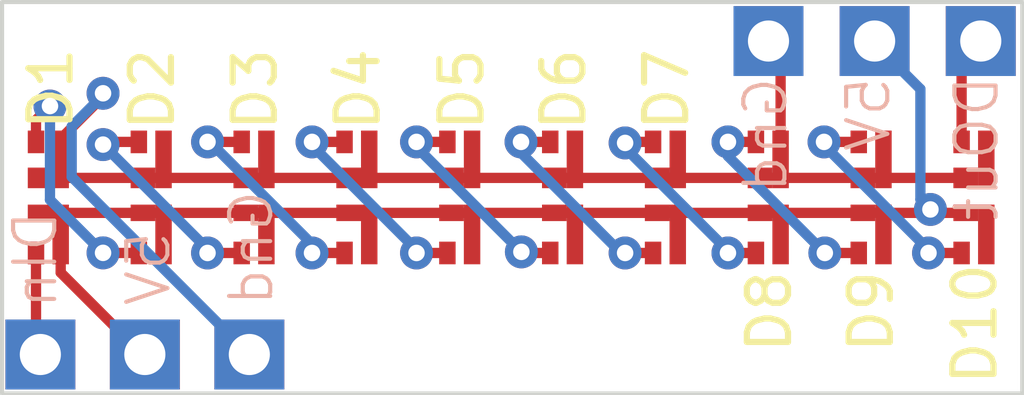
<source format=kicad_pcb>
(kicad_pcb (version 20221018) (generator pcbnew)
  (layers (0 "F.Cu" signal) (31 "B.Cu" signal) (34 "B.Paste" user) (35 "F.Paste" user) (36 "B.SilkS" user "B.Silkscreen") (37 "F.SilkS" user "F.Silkscreen") (38 "B.Mask" user) (39 "F.Mask" user) (44 "Edge.Cuts" user))
  (net 0 "")
  (net 1 "GND")
  (net 2 "Net-(D1-Pad2)")
  (net 3 "unconnected-(D1-Pad3)")
  (net 4 "+5V")
  (net 5 "Net-(D2-Pad2)")
  (net 6 "Net-(D3-Pad2)")
  (net 7 "Net-(D4-Pad2)")
  (net 8 "Net-(D5-Pad2)")
  (net 9 "Net-(D6-Pad2)")
  (net 10 "Net-(D7-Pad2)")
  (net 11 "Net-(D8-Pad2)")
  (net 12 "Net-(D10-Pad3)")
  (net 13 "unconnected-(D10-Pad2)")
  (footprint "Custom Footprint Library:SK6812-EC3210F" (layer "F.Cu") (at 96.354506 74.896937 -90)
    (fp_text reference "D10" (at 3.1 -0.02 90) (layer "F.SilkS"))
    (fp_text value "SK6812-EC3210F" hide)
    (pad "1" smd rect (at -0.9 -0.3 90) (size 1.4 0.4) (layers "F.Cu" "F.Paste" "F.Mask") (net 1 "GND"))
    (pad "1" smd rect (at -0.45 0.2 90) (size 0.5 0.6) (layers "F.Cu" "F.Paste" "F.Mask") (net 1 "GND"))
    (pad "2" smd rect (at -1.325 0.3 90) (size 0.55 0.4) (layers "F.Cu" "F.Paste" "F.Mask") (net 13 "unconnected-(D10-Pad2)"))
    (pad "3" smd rect (at 1.375 0.3 90) (size 0.55 0.4) (layers "F.Cu" "F.Paste" "F.Mask") (net 12 "Net-(D10-Pad3)"))
    (pad "4" smd rect (at 0.4 0.2 90) (size 0.4 0.6) (layers "F.Cu" "F.Paste" "F.Mask") (net 4 "+5V"))
    (pad "4" smd rect (at 0.925 -0.3 90) (size 1.45 0.4) (layers "F.Cu" "F.Paste" "F.Mask") (net 4 "+5V"))
  )
  (footprint "" (layer "F.Cu") (at 73.66 78.74)
    (fp_text reference "" (at 0 0) (layer "F.SilkS") (effects (font (size 1.27 1.27))))
    (fp_text value "" (at 0 0) (layer "F.SilkS") (effects (font (size 1.27 1.27))))
    (pad "1" thru_hole rect (at 0 0) (size 1.7 1.7) (drill 1) (layers "*.Cu" "*.Mask") (net 3 "unconnected-(D1-Pad3)"))
  )
  (footprint "" (layer "F.Cu") (at 91.44 71.12)
    (fp_text reference "" (at 0 0) (layer "F.SilkS") (effects (font (size 1.27 1.27))))
    (fp_text value "" (at 0 0) (layer "F.SilkS") (effects (font (size 1.27 1.27))))
    (pad "1" thru_hole rect (at -0.08 0) (size 1.7 1.7) (drill 1) (layers "*.Cu" "*.Mask") (net 1 "GND"))
  )
  (footprint "Custom Footprint Library:SK6812-EC3210F" (layer "F.Cu") (at 73.854506 74.896937 -90)
    (fp_text reference "D1" (at -2.615404 -0.059494 90) (layer "F.SilkS"))
    (fp_text value "SK6812-EC3210F" hide)
    (pad "1" smd rect (at -0.9 -0.3 90) (size 1.4 0.4) (layers "F.Cu" "F.Paste" "F.Mask") (net 1 "GND"))
    (pad "1" smd rect (at -0.45 0.2 90) (size 0.5 0.6) (layers "F.Cu" "F.Paste" "F.Mask") (net 1 "GND"))
    (pad "2" smd rect (at -1.325 0.3 90) (size 0.55 0.4) (layers "F.Cu" "F.Paste" "F.Mask") (net 2 "Net-(D1-Pad2)"))
    (pad "3" smd rect (at 1.375 0.3 90) (size 0.55 0.4) (layers "F.Cu" "F.Paste" "F.Mask") (net 3 "unconnected-(D1-Pad3)"))
    (pad "4" smd rect (at 0.4 0.2 90) (size 0.4 0.6) (layers "F.Cu" "F.Paste" "F.Mask") (net 4 "+5V"))
    (pad "4" smd rect (at 0.925 -0.3 90) (size 1.45 0.4) (layers "F.Cu" "F.Paste" "F.Mask") (net 4 "+5V"))
  )
  (footprint "Custom Footprint Library:SK6812-EC3210F" (layer "F.Cu") (at 88.854506 74.896937 -90)
    (fp_text reference "D7" (at -2.6 -0.025 90) (layer "F.SilkS"))
    (fp_text value "SK6812-EC3210F" hide)
    (pad "1" smd rect (at -0.9 -0.3 90) (size 1.4 0.4) (layers "F.Cu" "F.Paste" "F.Mask") (net 1 "GND"))
    (pad "1" smd rect (at -0.45 0.2 90) (size 0.5 0.6) (layers "F.Cu" "F.Paste" "F.Mask") (net 1 "GND"))
    (pad "2" smd rect (at -1.325 0.3 90) (size 0.55 0.4) (layers "F.Cu" "F.Paste" "F.Mask") (net 10 "Net-(D7-Pad2)"))
    (pad "3" smd rect (at 1.375 0.3 90) (size 0.55 0.4) (layers "F.Cu" "F.Paste" "F.Mask") (net 9 "Net-(D6-Pad2)"))
    (pad "4" smd rect (at 0.4 0.2 90) (size 0.4 0.6) (layers "F.Cu" "F.Paste" "F.Mask") (net 4 "+5V"))
    (pad "4" smd rect (at 0.925 -0.3 90) (size 1.45 0.4) (layers "F.Cu" "F.Paste" "F.Mask") (net 4 "+5V"))
  )
  (footprint "Custom Footprint Library:SK6812-EC3210F" (layer "F.Cu") (at 93.854506 74.896937 -90)
    (fp_text reference "D9" (at 2.8 0 90) (layer "F.SilkS"))
    (fp_text value "SK6812-EC3210F" hide)
    (pad "1" smd rect (at -0.9 -0.3 90) (size 1.4 0.4) (layers "F.Cu" "F.Paste" "F.Mask") (net 1 "GND"))
    (pad "1" smd rect (at -0.45 0.2 90) (size 0.5 0.6) (layers "F.Cu" "F.Paste" "F.Mask") (net 1 "GND"))
    (pad "2" smd rect (at -1.325 0.3 90) (size 0.55 0.4) (layers "F.Cu" "F.Paste" "F.Mask") (net 12 "Net-(D10-Pad3)"))
    (pad "3" smd rect (at 1.375 0.3 90) (size 0.55 0.4) (layers "F.Cu" "F.Paste" "F.Mask") (net 11 "Net-(D8-Pad2)"))
    (pad "4" smd rect (at 0.4 0.2 90) (size 0.4 0.6) (layers "F.Cu" "F.Paste" "F.Mask") (net 4 "+5V"))
    (pad "4" smd rect (at 0.925 -0.3 90) (size 1.45 0.4) (layers "F.Cu" "F.Paste" "F.Mask") (net 4 "+5V"))
  )
  (footprint "Custom Footprint Library:SK6812-EC3210F" (layer "F.Cu") (at 91.354506 74.896937 -90)
    (fp_text reference "D8" (at 2.8 -0.025 90) (layer "F.SilkS"))
    (fp_text value "SK6812-EC3210F" hide)
    (pad "1" smd rect (at -0.9 -0.3 90) (size 1.4 0.4) (layers "F.Cu" "F.Paste" "F.Mask") (net 1 "GND"))
    (pad "1" smd rect (at -0.45 0.2 90) (size 0.5 0.6) (layers "F.Cu" "F.Paste" "F.Mask") (net 1 "GND"))
    (pad "2" smd rect (at -1.325 0.3 90) (size 0.55 0.4) (layers "F.Cu" "F.Paste" "F.Mask") (net 11 "Net-(D8-Pad2)"))
    (pad "3" smd rect (at 1.375 0.3 90) (size 0.55 0.4) (layers "F.Cu" "F.Paste" "F.Mask") (net 10 "Net-(D7-Pad2)"))
    (pad "4" smd rect (at 0.4 0.2 90) (size 0.4 0.6) (layers "F.Cu" "F.Paste" "F.Mask") (net 4 "+5V"))
    (pad "4" smd rect (at 0.925 -0.3 90) (size 1.45 0.4) (layers "F.Cu" "F.Paste" "F.Mask") (net 4 "+5V"))
  )
  (footprint "Custom Footprint Library:SK6812-EC3210F" (layer "F.Cu") (at 76.354506 74.896937 -90)
    (fp_text reference "D2" (at -2.6 -0.025 90) (layer "F.SilkS"))
    (fp_text value "SK6812-EC3210F" hide)
    (pad "1" smd rect (at -0.9 -0.3 90) (size 1.4 0.4) (layers "F.Cu" "F.Paste" "F.Mask") (net 1 "GND"))
    (pad "1" smd rect (at -0.45 0.2 90) (size 0.5 0.6) (layers "F.Cu" "F.Paste" "F.Mask") (net 1 "GND"))
    (pad "2" smd rect (at -1.325 0.3 90) (size 0.55 0.4) (layers "F.Cu" "F.Paste" "F.Mask") (net 5 "Net-(D2-Pad2)"))
    (pad "3" smd rect (at 1.375 0.3 90) (size 0.55 0.4) (layers "F.Cu" "F.Paste" "F.Mask") (net 2 "Net-(D1-Pad2)"))
    (pad "4" smd rect (at 0.4 0.2 90) (size 0.4 0.6) (layers "F.Cu" "F.Paste" "F.Mask") (net 4 "+5V"))
    (pad "4" smd rect (at 0.925 -0.3 90) (size 1.45 0.4) (layers "F.Cu" "F.Paste" "F.Mask") (net 4 "+5V"))
  )
  (footprint "" (layer "F.Cu") (at 78.74 78.74)
    (fp_text reference "" (at 0 0) (layer "F.SilkS") (effects (font (size 1.27 1.27))))
    (fp_text value "" (at 0 0) (layer "F.SilkS") (effects (font (size 1.27 1.27))))
    (pad "1" thru_hole rect (at 0 0) (size 1.7 1.7) (drill 1) (layers "*.Cu" "*.Mask") (net 1 "GND"))
  )
  (footprint "Custom Footprint Library:SK6812-EC3210F" (layer "F.Cu") (at 83.854506 74.896937 -90)
    (fp_text reference "D5" (at -2.6 -0.05 90) (layer "F.SilkS"))
    (fp_text value "SK6812-EC3210F" hide)
    (pad "1" smd rect (at -0.9 -0.3 90) (size 1.4 0.4) (layers "F.Cu" "F.Paste" "F.Mask") (net 1 "GND"))
    (pad "1" smd rect (at -0.45 0.2 90) (size 0.5 0.6) (layers "F.Cu" "F.Paste" "F.Mask") (net 1 "GND"))
    (pad "2" smd rect (at -1.325 0.3 90) (size 0.55 0.4) (layers "F.Cu" "F.Paste" "F.Mask") (net 8 "Net-(D5-Pad2)"))
    (pad "3" smd rect (at 1.375 0.3 90) (size 0.55 0.4) (layers "F.Cu" "F.Paste" "F.Mask") (net 7 "Net-(D4-Pad2)"))
    (pad "4" smd rect (at 0.4 0.2 90) (size 0.4 0.6) (layers "F.Cu" "F.Paste" "F.Mask") (net 4 "+5V"))
    (pad "4" smd rect (at 0.925 -0.3 90) (size 1.45 0.4) (layers "F.Cu" "F.Paste" "F.Mask") (net 4 "+5V"))
  )
  (footprint "" (layer "F.Cu") (at 96.52 71.12)
    (fp_text reference "" (at 0 0) (layer "F.SilkS") (effects (font (size 1.27 1.27))))
    (fp_text value "" (at 0 0) (layer "F.SilkS") (effects (font (size 1.27 1.27))))
    (pad "1" thru_hole rect (at 0 0) (size 1.7 1.7) (drill 1) (layers "*.Cu" "*.Mask") (net 13 "unconnected-(D10-Pad2)"))
  )
  (footprint "Custom Footprint Library:SK6812-EC3210F" (layer "F.Cu") (at 78.854506 74.896937 -90)
    (fp_text reference "D3" (at -2.6 -0.025 90) (layer "F.SilkS"))
    (fp_text value "SK6812-EC3210F" hide)
    (pad "1" smd rect (at -0.9 -0.3 90) (size 1.4 0.4) (layers "F.Cu" "F.Paste" "F.Mask") (net 1 "GND"))
    (pad "1" smd rect (at -0.45 0.2 90) (size 0.5 0.6) (layers "F.Cu" "F.Paste" "F.Mask") (net 1 "GND"))
    (pad "2" smd rect (at -1.325 0.3 90) (size 0.55 0.4) (layers "F.Cu" "F.Paste" "F.Mask") (net 6 "Net-(D3-Pad2)"))
    (pad "3" smd rect (at 1.375 0.3 90) (size 0.55 0.4) (layers "F.Cu" "F.Paste" "F.Mask") (net 5 "Net-(D2-Pad2)"))
    (pad "4" smd rect (at 0.4 0.2 90) (size 0.4 0.6) (layers "F.Cu" "F.Paste" "F.Mask") (net 4 "+5V"))
    (pad "4" smd rect (at 0.925 -0.3 90) (size 1.45 0.4) (layers "F.Cu" "F.Paste" "F.Mask") (net 4 "+5V"))
  )
  (footprint "Custom Footprint Library:SK6812-EC3210F" (layer "F.Cu") (at 86.354506 74.896937 -90)
    (fp_text reference "D6" (at -2.6 -0.026557 90) (layer "F.SilkS"))
    (fp_text value "SK6812-EC3210F" hide)
    (pad "1" smd rect (at -0.9 -0.3 90) (size 1.4 0.4) (layers "F.Cu" "F.Paste" "F.Mask") (net 1 "GND"))
    (pad "1" smd rect (at -0.45 0.2 90) (size 0.5 0.6) (layers "F.Cu" "F.Paste" "F.Mask") (net 1 "GND"))
    (pad "2" smd rect (at -1.325 0.3 90) (size 0.55 0.4) (layers "F.Cu" "F.Paste" "F.Mask") (net 9 "Net-(D6-Pad2)"))
    (pad "3" smd rect (at 1.375 0.3 90) (size 0.55 0.4) (layers "F.Cu" "F.Paste" "F.Mask") (net 8 "Net-(D5-Pad2)"))
    (pad "4" smd rect (at 0.4 0.2 90) (size 0.4 0.6) (layers "F.Cu" "F.Paste" "F.Mask") (net 4 "+5V"))
    (pad "4" smd rect (at 0.925 -0.3 90) (size 1.45 0.4) (layers "F.Cu" "F.Paste" "F.Mask") (net 4 "+5V"))
  )
  (footprint "" (layer "F.Cu") (at 76.2 78.74)
    (fp_text reference "" (at 0 0) (layer "F.SilkS") (effects (font (size 1.27 1.27))))
    (fp_text value "" (at 0 0) (layer "F.SilkS") (effects (font (size 1.27 1.27))))
    (pad "1" thru_hole rect (at 0 0) (size 1.7 1.7) (drill 1) (layers "*.Cu" "*.Mask") (net 4 "+5V"))
  )
  (footprint "Custom Footprint Library:SK6812-EC3210F" (layer "F.Cu") (at 81.354506 74.896937 -90)
    (fp_text reference "D4" (at -2.6 -0.025 90) (layer "F.SilkS"))
    (fp_text value "SK6812-EC3210F" hide)
    (pad "1" smd rect (at -0.9 -0.3 90) (size 1.4 0.4) (layers "F.Cu" "F.Paste" "F.Mask") (net 1 "GND"))
    (pad "1" smd rect (at -0.45 0.2 90) (size 0.5 0.6) (layers "F.Cu" "F.Paste" "F.Mask") (net 1 "GND"))
    (pad "2" smd rect (at -1.325 0.3 90) (size 0.55 0.4) (layers "F.Cu" "F.Paste" "F.Mask") (net 7 "Net-(D4-Pad2)"))
    (pad "3" smd rect (at 1.375 0.3 90) (size 0.55 0.4) (layers "F.Cu" "F.Paste" "F.Mask") (net 6 "Net-(D3-Pad2)"))
    (pad "4" smd rect (at 0.4 0.2 90) (size 0.4 0.6) (layers "F.Cu" "F.Paste" "F.Mask") (net 4 "+5V"))
    (pad "4" smd rect (at 0.925 -0.3 90) (size 1.45 0.4) (layers "F.Cu" "F.Paste" "F.Mask") (net 4 "+5V"))
  )
  (footprint "" (layer "F.Cu") (at 93.98 71.12)
    (fp_text reference "" (at 0 0) (layer "F.SilkS") (effects (font (size 1.27 1.27))))
    (fp_text value "" (at 0 0) (layer "F.SilkS") (effects (font (size 1.27 1.27))))
    (pad "1" thru_hole rect (at -0.04 0) (size 1.7 1.7) (drill 1) (layers "*.Cu" "*.Mask") (net 4 "+5V"))
  )
  (gr_line (start 72.72907 79.687517) (end 97.52907 79.687517) (stroke (width 0.1)) (layer "Edge.Cuts"))
  (gr_line (start 97.52907 70.172517) (end 72.72907 70.172517) (stroke (width 0.1)) (layer "Edge.Cuts"))
  (gr_line (start 97.52907 79.687517) (end 97.52907 70.172517) (stroke (width 0.1)) (layer "Edge.Cuts"))
  (gr_line (start 72.72907 70.172517) (end 72.72907 79.687517) (stroke (width 0.1)) (layer "Edge.Cuts"))
  (gr_text "5V" (at 76.874506 75.679598 90) (layer "B.SilkS") (effects (font (size 1 1) (thickness 0.1)) (justify left bottom mirror)))
  (gr_text "5V" (at 94.374506 71.929598 90) (layer "B.SilkS") (effects (font (size 1 1) (thickness 0.1)) (justify left bottom mirror)))
  (gr_text "DOut" (at 97.0068 71.898603 90) (layer "B.SilkS") (effects (font (size 1 1) (thickness 0.1)) (justify left bottom mirror)))
  (gr_text "DIn" (at 74.124506 75.179598 90) (layer "B.SilkS") (effects (font (size 1 1) (thickness 0.1)) (justify left bottom mirror)))
  (gr_text "Gnd" (at 91.874506 71.929598 90) (layer "B.SilkS") (effects (font (size 1 1) (thickness 0.1)) (justify left bottom mirror)))
  (gr_text "Gnd" (at 79.374506 74.679598 90) (layer "B.SilkS") (effects (font (size 1 1) (thickness 0.1)) (justify left bottom mirror)))
  (segment (start 78.654506 74.446937) (end 76.154506 74.446937) (width 0.25) (layer "F.Cu") (net 1))
  (segment (start 74.154506 73.996937) (end 74.154506 73.496937) (width 0.25) (layer "F.Cu") (net 1))
  (segment (start 93.654506 74.446937) (end 91.154506 74.446937) (width 0.25) (layer "F.Cu") (net 1))
  (segment (start 86.154506 74.446937) (end 83.654506 74.446937) (width 0.25) (layer "F.Cu") (net 1))
  (segment (start 91.78 71.54) (end 91.36 71.12) (width 0.25) (layer "F.Cu") (net 1))
  (segment (start 74.154506 73.496937) (end 75.184 72.467443) (width 0.25) (layer "F.Cu") (net 1))
  (segment (start 88.654506 74.446937) (end 86.154506 74.446937) (width 0.25) (layer "F.Cu") (net 1))
  (segment (start 91.654506 73.996937) (end 91.654506 71.469598) (width 0.25) (layer "F.Cu") (net 1))
  (segment (start 76.154506 74.446937) (end 73.654506 74.446937) (width 0.25) (layer "F.Cu") (net 1))
  (segment (start 83.654506 74.446937) (end 81.154506 74.446937) (width 0.25) (layer "F.Cu") (net 1))
  (segment (start 91.154506 74.446937) (end 88.654506 74.446937) (width 0.25) (layer "F.Cu") (net 1))
  (segment (start 93.654506 74.446937) (end 96.154506 74.446937) (width 0.25) (layer "F.Cu") (net 1))
  (segment (start 81.154506 74.446937) (end 78.654506 74.446937) (width 0.25) (layer "F.Cu") (net 1))
  (segment (start 75.184 72.467443) (end 75.184 72.39) (width 0.25) (layer "F.Cu") (net 1))
  (via (at 75.184 72.39) (size 0.8) (drill 0.4) (layers "F.Cu" "B.Cu") (net 1))
  (segment (start 78.74 78.486) (end 78.74 78.74) (width 0.25) (layer "B.Cu") (net 1))
  (segment (start 75.184 72.39) (end 75.184 72.435754) (width 0.25) (layer "B.Cu") (net 1))
  (segment (start 75.184 72.435754) (end 74.422 73.197754) (width 0.25) (layer "B.Cu") (net 1))
  (segment (start 74.422 73.197754) (end 74.422 74.422) (width 0.25) (layer "B.Cu") (net 1))
  (segment (start 74.422 74.422) (end 78.74 78.74) (width 0.25) (layer "B.Cu") (net 1))
  (segment (start 73.554506 73.039943) (end 73.893947 72.700502) (width 0.25) (layer "F.Cu") (net 2))
  (segment (start 75.184 76.269437) (end 75.1865 76.271937) (width 0.25) (layer "F.Cu") (net 2))
  (segment (start 73.554506 73.571937) (end 73.554506 73.039943) (width 0.25) (layer "F.Cu") (net 2))
  (segment (start 75.1865 76.271937) (end 76.054506 76.271937) (width 0.25) (layer "F.Cu") (net 2))
  (via (at 75.184 76.269437) (size 0.8) (drill 0.4) (layers "F.Cu" "B.Cu") (net 2))
  (via (at 73.893947 72.700502) (size 0.8) (drill 0.4) (layers "F.Cu" "B.Cu") (net 2))
  (segment (start 73.893947 74.979384) (end 73.893947 72.700502) (width 0.25) (layer "B.Cu") (net 2))
  (segment (start 75.184 76.269437) (end 73.893947 74.979384) (width 0.25) (layer "B.Cu") (net 2))
  (segment (start 73.752064 78.647936) (end 73.66 78.74) (width 0.25) (layer "F.Cu") (net 3))
  (segment (start 73.554506 76.271937) (end 73.554506 78.577534) (width 0.25) (layer "F.Cu") (net 3))
  (segment (start 78.654506 75.296937) (end 81.154506 75.296937) (width 0.25) (layer "F.Cu") (net 4))
  (segment (start 74.154506 75.821937) (end 74.154506 76.749598) (width 0.25) (layer "F.Cu") (net 4))
  (segment (start 86.154506 75.296937) (end 88.654506 75.296937) (width 0.25) (layer "F.Cu") (net 4))
  (segment (start 73.654506 75.296937) (end 76.154506 75.296937) (width 0.25) (layer "F.Cu") (net 4))
  (segment (start 95.379105 75.296937) (end 96.154506 75.296937) (width 0.25) (layer "F.Cu") (net 4))
  (segment (start 81.154506 75.296937) (end 83.654506 75.296937) (width 0.25) (layer "F.Cu") (net 4))
  (segment (start 95.213669 75.296937) (end 93.654506 75.296937) (width 0.25) (layer "F.Cu") (net 4))
  (segment (start 83.654506 75.296937) (end 86.154506 75.296937) (width 0.25) (layer "F.Cu") (net 4))
  (segment (start 74.154506 76.749598) (end 76.074506 78.669598) (width 0.25) (layer "F.Cu") (net 4))
  (segment (start 95.296387 75.214219) (end 95.379105 75.296937) (width 0.25) (layer "F.Cu") (net 4))
  (segment (start 76.154506 75.296937) (end 78.654506 75.296937) (width 0.25) (layer "F.Cu") (net 4))
  (segment (start 91.154506 75.296937) (end 93.654506 75.296937) (width 0.25) (layer "F.Cu") (net 4))
  (segment (start 95.296387 75.214219) (end 95.213669 75.296937) (width 0.25) (layer "F.Cu") (net 4))
  (segment (start 88.654506 75.296937) (end 91.154506 75.296937) (width 0.25) (layer "F.Cu") (net 4))
  (via (at 95.296387 75.214219) (size 0.8) (drill 0.4) (layers "F.Cu" "B.Cu") (net 4))
  (segment (start 95.052442 72.287534) (end 93.814506 71.049598) (width 0.25) (layer "B.Cu") (net 4))
  (segment (start 95.052442 74.970274) (end 95.296387 75.214219) (width 0.25) (layer "B.Cu") (net 4))
  (segment (start 95.052442 72.287534) (end 95.052442 74.970274) (width 0.25) (layer "B.Cu") (net 4))
  (segment (start 75.249464 73.571937) (end 76.054506 73.571937) (width 0.25) (layer "F.Cu") (net 5))
  (segment (start 75.184 73.637401) (end 75.249464 73.571937) (width 0.25) (layer "F.Cu") (net 5))
  (segment (start 78.554506 76.271937) (end 77.724 76.271937) (width 0.25) (layer "F.Cu") (net 5))
  (via (at 75.184 73.637401) (size 0.8) (drill 0.4) (layers "F.Cu" "B.Cu") (net 5))
  (via (at 77.724 76.271937) (size 0.8) (drill 0.4) (layers "F.Cu" "B.Cu") (net 5))
  (segment (start 77.724 76.271937) (end 77.724 76.177401) (width 0.25) (layer "B.Cu") (net 5))
  (segment (start 77.724 76.177401) (end 75.184 73.637401) (width 0.25) (layer "B.Cu") (net 5))
  (segment (start 77.874506 76.121431) (end 77.724 76.271937) (width 0.25) (layer "B.Cu") (net 5))
  (segment (start 77.874506 76.116937) (end 77.874506 76.121431) (width 0.25) (layer "B.Cu") (net 5))
  (segment (start 78.554506 73.571937) (end 77.724 73.571937) (width 0.25) (layer "F.Cu") (net 6))
  (segment (start 81.054506 76.271937) (end 80.264 76.271937) (width 0.25) (layer "F.Cu") (net 6))
  (via (at 80.264 76.271937) (size 0.8) (drill 0.4) (layers "F.Cu" "B.Cu") (net 6))
  (via (at 77.724 73.571937) (size 0.8) (drill 0.4) (layers "F.Cu" "B.Cu") (net 6))
  (segment (start 80.264 76.271937) (end 80.264 76.056431) (width 0.25) (layer "B.Cu") (net 6))
  (segment (start 77.779506 73.571937) (end 77.724 73.571937) (width 0.25) (layer "B.Cu") (net 6))
  (segment (start 80.264 76.056431) (end 77.779506 73.571937) (width 0.25) (layer "B.Cu") (net 6))
  (segment (start 81.054506 73.571937) (end 80.264 73.571937) (width 0.25) (layer "F.Cu") (net 7))
  (segment (start 83.554506 76.271937) (end 82.804 76.271937) (width 0.25) (layer "F.Cu") (net 7))
  (via (at 80.264 73.571937) (size 0.8) (drill 0.4) (layers "F.Cu" "B.Cu") (net 7))
  (via (at 82.804 76.271937) (size 0.8) (drill 0.4) (layers "F.Cu" "B.Cu") (net 7))
  (segment (start 82.804 76.271937) (end 82.804 76.196431) (width 0.25) (layer "B.Cu") (net 7))
  (segment (start 82.804 76.196431) (end 80.264 73.656431) (width 0.25) (layer "B.Cu") (net 7))
  (segment (start 80.264 73.656431) (end 80.264 73.571937) (width 0.25) (layer "B.Cu") (net 7))
  (segment (start 85.379507 76.271937) (end 86.054506 76.271937) (width 0.25) (layer "F.Cu") (net 8))
  (segment (start 85.352877 76.245307) (end 85.379507 76.271937) (width 0.25) (layer "F.Cu") (net 8))
  (segment (start 83.554506 73.571937) (end 82.804 73.571937) (width 0.25) (layer "F.Cu") (net 8))
  (via (at 85.352877 76.245307) (size 0.8) (drill 0.4) (layers "F.Cu" "B.Cu") (net 8))
  (via (at 82.804 73.571937) (size 0.8) (drill 0.4) (layers "F.Cu" "B.Cu") (net 8))
  (segment (start 85.352877 76.245307) (end 82.804 73.696431) (width 0.25) (layer "B.Cu") (net 8))
  (segment (start 82.804 73.696431) (end 82.804 73.571937) (width 0.25) (layer "B.Cu") (net 8))
  (segment (start 86.054506 73.571937) (end 85.344 73.571937) (width 0.25) (layer "F.Cu") (net 9))
  (segment (start 88.554506 76.271937) (end 87.874506 76.271937) (width 0.25) (layer "F.Cu") (net 9))
  (via (at 87.874506 76.271937) (size 0.8) (drill 0.4) (layers "F.Cu" "B.Cu") (net 9))
  (via (at 85.344 73.571937) (size 0.8) (drill 0.4) (layers "F.Cu" "B.Cu") (net 9))
  (segment (start 87.874506 76.271937) (end 87.779506 76.271937) (width 0.25) (layer "B.Cu") (net 9))
  (segment (start 87.779506 76.271937) (end 85.344 73.836431) (width 0.25) (layer "B.Cu") (net 9))
  (segment (start 85.344 73.836431) (end 85.344 73.571937) (width 0.25) (layer "B.Cu") (net 9))
  (segment (start 91.054506 76.271937) (end 90.374506 76.271937) (width 0.25) (layer "F.Cu") (net 10))
  (segment (start 87.899506 73.571937) (end 88.554506 73.571937) (width 0.25) (layer "F.Cu") (net 10))
  (segment (start 87.874506 73.596937) (end 87.899506 73.571937) (width 0.25) (layer "F.Cu") (net 10))
  (via (at 90.374506 76.271937) (size 0.8) (drill 0.4) (layers "F.Cu" "B.Cu") (net 10))
  (via (at 87.874506 73.596937) (size 0.8) (drill 0.4) (layers "F.Cu" "B.Cu") (net 10))
  (segment (start 87.874506 73.716937) (end 90.374506 76.216937) (width 0.25) (layer "B.Cu") (net 10))
  (segment (start 87.874506 73.596937) (end 87.874506 73.716937) (width 0.25) (layer "B.Cu") (net 10))
  (segment (start 90.374506 76.216937) (end 90.374506 76.271937) (width 0.25) (layer "B.Cu") (net 10))
  (segment (start 92.729506 76.271937) (end 93.554506 76.271937) (width 0.25) (layer "F.Cu") (net 11))
  (segment (start 91.054506 73.571937) (end 90.374506 73.571937) (width 0.25) (layer "F.Cu") (net 11))
  (via (at 92.729506 76.271937) (size 0.8) (drill 0.4) (layers "F.Cu" "B.Cu") (net 11))
  (via (at 90.374506 73.571937) (size 0.8) (drill 0.4) (layers "F.Cu" "B.Cu") (net 11))
  (segment (start 92.729506 76.271937) (end 90.374506 73.916937) (width 0.25) (layer "B.Cu") (net 11))
  (segment (start 90.374506 73.916937) (end 90.374506 73.571937) (width 0.25) (layer "B.Cu") (net 11))
  (segment (start 96.054506 76.271937) (end 95.25 76.271937) (width 0.25) (layer "F.Cu") (net 12))
  (segment (start 92.71 73.571937) (end 93.554506 73.571937) (width 0.25) (layer "F.Cu") (net 12))
  (via (at 92.71 73.571937) (size 0.8) (drill 0.4) (layers "F.Cu" "B.Cu") (net 12))
  (via (at 95.25 76.271937) (size 0.8) (drill 0.4) (layers "F.Cu" "B.Cu") (net 12))
  (segment (start 95.25 76.271937) (end 95.25 76.192431) (width 0.25) (layer "B.Cu") (net 12))
  (segment (start 95.25 76.192431) (end 92.71 73.652431) (width 0.25) (layer "B.Cu") (net 12))
  (segment (start 92.71 73.652431) (end 92.71 73.571937) (width 0.25) (layer "B.Cu") (net 12))
  (segment (start 96.054506 73.571937) (end 96.054506 71.389598) (width 0.25) (layer "F.Cu") (net 13))
  (segment (start 96.18 71.46) (end 96.52 71.12) (width 0.25) (layer "F.Cu") (net 13))
)
</source>
